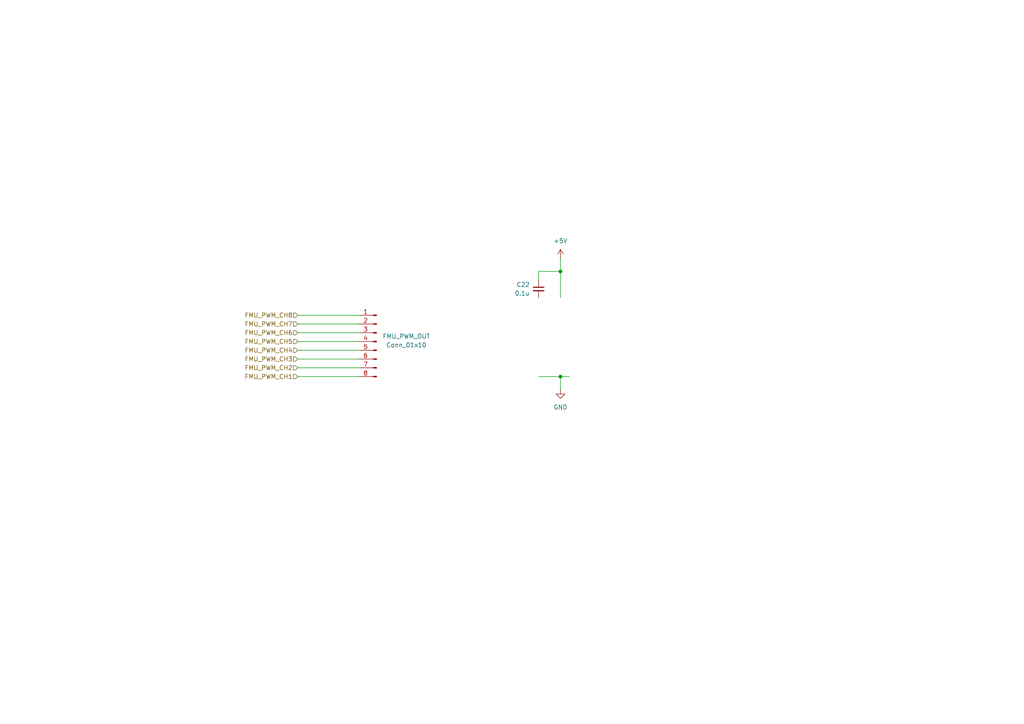
<source format=kicad_sch>
(kicad_sch (version 20231120) (generator "eeschema") (generator_version "8.0")
  (paper "A4")
  (lib_symbols
    (symbol "Connector:Conn_01x08_Pin" (pin_names (offset 1.016) hide)
      (property "Reference" "J" (at 0 10.16 0))
      (property "Value" "Conn_01x08_Pin" (at 0 -12.7 0))
      (symbol "Conn_01x08_Pin_1_1"
        (polyline (pts (xy 1.27 -10.16) (xy 0.8636 -10.16)) (stroke (width 0.1524)))
        (polyline (pts (xy 1.27 -7.62) (xy 0.8636 -7.62)) (stroke (width 0.1524)))
        (polyline (pts (xy 1.27 -5.08) (xy 0.8636 -5.08)) (stroke (width 0.1524)))
        (polyline (pts (xy 1.27 -2.54) (xy 0.8636 -2.54)) (stroke (width 0.1524)))
        (polyline (pts (xy 1.27 0) (xy 0.8636 0)) (stroke (width 0.1524)))
        (polyline (pts (xy 1.27 2.54) (xy 0.8636 2.54)) (stroke (width 0.1524)))
        (polyline (pts (xy 1.27 5.08) (xy 0.8636 5.08)) (stroke (width 0.1524)))
        (polyline (pts (xy 1.27 7.62) (xy 0.8636 7.62)) (stroke (width 0.1524)))
        (rectangle (start 0.8636 -10.033) (end 0 -10.287) (stroke (width 0.1524)) (fill (type outline)))
        (rectangle (start 0.8636 -7.493) (end 0 -7.747) (stroke (width 0.1524)) (fill (type outline)))
        (rectangle (start 0.8636 -4.953) (end 0 -5.207) (stroke (width 0.1524)) (fill (type outline)))
        (rectangle (start 0.8636 -2.413) (end 0 -2.667) (stroke (width 0.1524)) (fill (type outline)))
        (rectangle (start 0.8636 0.127) (end 0 -0.127) (stroke (width 0.1524)) (fill (type outline)))
        (rectangle (start 0.8636 2.667) (end 0 2.413) (stroke (width 0.1524)) (fill (type outline)))
        (rectangle (start 0.8636 5.207) (end 0 4.953) (stroke (width 0.1524)) (fill (type outline)))
        (rectangle (start 0.8636 7.747) (end 0 7.493) (stroke (width 0.1524)) (fill (type outline)))
        (pin passive line (at 5.08 7.62 180) (length 3.81) (name "Pin_1") (number "1"))
        (pin passive line (at 5.08 5.08 180) (length 3.81) (name "Pin_2") (number "2"))
        (pin passive line (at 5.08 2.54 180) (length 3.81) (name "Pin_3") (number "3"))
        (pin passive line (at 5.08 0 180) (length 3.81) (name "Pin_4") (number "4"))
        (pin passive line (at 5.08 -2.54 180) (length 3.81) (name "Pin_5") (number "5"))
        (pin passive line (at 5.08 -5.08 180) (length 3.81) (name "Pin_6") (number "6"))
        (pin passive line (at 5.08 -7.62 180) (length 3.81) (name "Pin_7") (number "7"))
        (pin passive line (at 5.08 -10.16 180) (length 3.81) (name "Pin_8") (number "8"))
      )
    )
    (symbol "Device:C_Small" (pin_numbers hide) (pin_names (offset 0.254) hide)
      (property "Reference" "C" (at 0.254 1.778 0))
      (property "Value" "C_Small" (at 0.254 -2.032 0))
      (symbol "C_Small_0_1"
        (polyline (pts (xy -1.524 -0.508) (xy 1.524 -0.508)) (stroke (width 0.3302)))
        (polyline (pts (xy -1.524 0.508) (xy 1.524 0.508)) (stroke (width 0.3048)))
      )
      (symbol "C_Small_1_1"
        (pin passive line (at 0 2.54 270) (length 2.032) (name "~") (number "1"))
        (pin passive line (at 0 -2.54 90) (length 2.032) (name "~") (number "2"))
      )
    )
    (symbol "power:+5V" (power) (pin_numbers hide) (pin_names (offset 0) hide)
      (property "Value" "+5V" (at 0 3.556 0))
      (symbol "+5V_0_1"
        (polyline (pts (xy -0.762 1.27) (xy 0 2.54)))
        (polyline (pts (xy 0 0) (xy 0 2.54)))
        (polyline (pts (xy 0 2.54) (xy 0.762 1.27)))
      )
      (symbol "+5V_1_1"
        (pin power_in line (at 0 0 90) (length 0) (name "~") (number "1"))
      )
    )
    (symbol "power:GND" (power) (pin_numbers hide) (pin_names (offset 0) hide)
      (property "Value" "GND" (at 0 -3.81 0))
      (symbol "GND_0_1"
        (polyline (pts (xy 0 0) (xy 0 -1.27) (xy 1.27 -1.27) (xy 0 -2.54) (xy -1.27 -1.27) (xy 0 -1.27)))
      )
      (symbol "GND_1_1"
        (pin power_in line (at 0 0 270) (length 0) (name "~") (number "1"))
      )
    )
  )
  (junction (at 162.56 78.74))
  (junction (at 162.56 109.22))
  (wire (pts (xy 162.56 74.93) (xy 162.56 78.74)))
  (wire (pts (xy 86.36 96.52) (xy 104.14 96.52)))
  (wire (pts (xy 86.36 109.22) (xy 104.14 109.22)))
  (wire (pts (xy 162.56 109.22) (xy 165.1 109.22)))
  (wire (pts (xy 86.36 104.14) (xy 104.14 104.14)))
  (wire (pts (xy 86.36 91.44) (xy 104.14 91.44)))
  (wire (pts (xy 162.56 86.36) (xy 162.56 78.74)))
  (wire (pts (xy 86.36 99.06) (xy 104.14 99.06)))
  (wire (pts (xy 86.36 93.98) (xy 104.14 93.98)))
  (wire (pts (xy 86.36 106.68) (xy 104.14 106.68)))
  (wire (pts (xy 162.56 113.03) (xy 162.56 109.22)))
  (wire (pts (xy 156.21 78.74) (xy 162.56 78.74)))
  (wire (pts (xy 156.21 109.22) (xy 162.56 109.22)))
  (wire (pts (xy 86.36 101.6) (xy 104.14 101.6)))
  (wire (pts (xy 156.21 81.28) (xy 156.21 78.74)))
  (hierarchical_label "FMU_PWM_CH5" (shape input) (at 86.36 99.06 180))
  (hierarchical_label "FMU_PWM_CH4" (shape input) (at 86.36 101.6 180))
  (hierarchical_label "FMU_PWM_CH6" (shape input) (at 86.36 96.52 180))
  (hierarchical_label "FMU_PWM_CH7" (shape input) (at 86.36 93.98 180))
  (hierarchical_label "FMU_PWM_CH1" (shape input) (at 86.36 109.22 180))
  (hierarchical_label "FMU_PWM_CH8" (shape input) (at 86.36 91.44 180))
  (hierarchical_label "FMU_PWM_CH2" (shape input) (at 86.36 106.68 180))
  (hierarchical_label "FMU_PWM_CH3" (shape input) (at 86.36 104.14 180))
  (symbol (lib_id "Connector:Conn_01x08_Pin") (at 109.22 99.06 0) (mirror y) (unit 1)
    (property "Reference" "FMU_PWM_OUT" (at 117.856 97.536 0))
    (property "Value" "Conn_01x10" (at 117.856 100.076 0))
    (property "Description" "Generic connector, single row, 01x08, script generated" (effects (hide yes)))
  )
  (symbol (lib_id "Device:C_Small") (at 156.21 83.82 0) (unit 1)
    (property "Reference" "C22" (at 153.67 82.5562 0) (effects (justify right)))
    (property "Value" "0.1u" (at 153.67 85.0962 0) (effects (justify right)))
    (property "Description" "Unpolarized capacitor, small symbol" (effects (hide yes)))
  )
  (symbol (lib_id "power:GND") (at 162.56 113.03 0) (unit 1)
    (property "Reference" "#PWR069" (effects (hide yes)))
    (property "Value" "GND" (at 162.56 118.11 0))
    (property "Description" "Power symbol creates a global label with name \"GND\" , ground" (effects (hide yes)))
  )
  (symbol (lib_id "power:+5V") (at 162.56 74.93 0) (unit 1)
    (property "Reference" "#PWR068" (effects (hide yes)))
    (property "Value" "+5V" (at 162.56 69.85 0))
    (property "Description" "Power symbol creates a global label with name \"+5V\"" (effects (hide yes)))
  )
)
</source>
